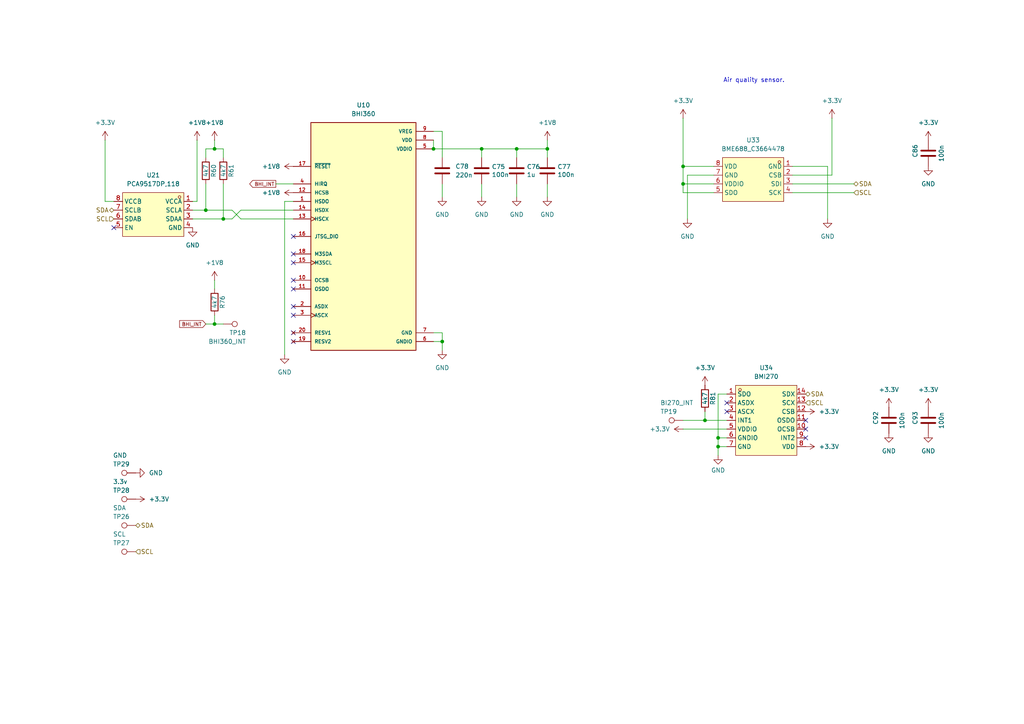
<source format=kicad_sch>
(kicad_sch (version 20231120) (generator "eeschema") (generator_version "8.0")
  (paper "A4")
  (title_block (title "WHY2025 badge") (date "2024-11-01") (rev "Prototype 3") (company "Badge.Team") (comment 1 "Copyright 2024 Nicolai Electronics") (comment 2 "License: CERN-OHL-P") (comment 3 "Untested prototype design"))
  (lib_symbols
    (symbol "BHI360:BHI360" (pin_names (offset 1.016))
      (property "Reference" "U" (at -15.24 33.782 0))
      (property "Value" "BHI360" (at -15.24 -35.56 0))
      (symbol "BHI360_0_0"
        (rectangle (start -15.24 -33.02) (end 15.24 33.02) (stroke (width 0.254)) (fill (type background)))
        (pin bidirectional line (at -20.32 10.16 0) (length 5.08) (name "HSDO") (number "1"))
        (pin input line (at -20.32 -12.7 0) (length 5.08) (name "OCSB") (number "10"))
        (pin bidirectional line (at -20.32 -15.24 0) (length 5.08) (name "OSDO") (number "11"))
        (pin input line (at -20.32 12.7 0) (length 5.08) (name "HCSB") (number "12"))
        (pin input clock (at -20.32 5.08 0) (length 5.08) (name "HSCX") (number "13"))
        (pin bidirectional line (at -20.32 7.62 0) (length 5.08) (name "HSDX") (number "14"))
        (pin input clock (at -20.32 -7.62 0) (length 5.08) (name "M3SCL") (number "15"))
        (pin input line (at -20.32 0 0) (length 5.08) (name "JTSG_DIO") (number "16"))
        (pin input line (at -20.32 20.32 0) (length 5.08) (name "~{RESET}") (number "17"))
        (pin bidirectional line (at -20.32 -5.08 0) (length 5.08) (name "M3SDA") (number "18"))
        (pin no_connect line (at -20.32 -30.48 0) (length 5.08) (name "RESV2") (number "19"))
        (pin bidirectional line (at -20.32 -20.32 0) (length 5.08) (name "ASDX") (number "2"))
        (pin no_connect line (at -20.32 -27.94 0) (length 5.08) (name "RESV1") (number "20"))
        (pin input clock (at -20.32 -22.86 0) (length 5.08) (name "ASCX") (number "3"))
        (pin input line (at -20.32 15.24 0) (length 5.08) (name "HIRQ") (number "4"))
        (pin power_in line (at 20.32 25.4 180) (length 5.08) (name "VDDIO") (number "5"))
        (pin power_in line (at 20.32 -30.48 180) (length 5.08) (name "GNDIO") (number "6"))
        (pin power_in line (at 20.32 -27.94 180) (length 5.08) (name "GND") (number "7"))
        (pin power_in line (at 20.32 27.94 180) (length 5.08) (name "VDD") (number "8"))
        (pin power_in line (at 20.32 30.48 180) (length 5.08) (name "VREG") (number "9"))
      )
    )
    (symbol "BMI270:BMI270"
      (property "Reference" "U" (at 0 12.7 0))
      (property "Value" "BMI270" (at 0 -12.7 0))
      (symbol "BMI270_0_1"
        (rectangle (start -8.89 10.16) (end 8.89 -10.16) (fill (type background)))
        (circle (center -7.62 8.89) (radius 0.38))
        (pin unspecified line (at -11.43 7.62 0) (length 2.54) (name "SDO") (number "1"))
        (pin unspecified line (at 11.43 -2.54 180) (length 2.54) (name "OCSB") (number "10"))
        (pin unspecified line (at 11.43 0 180) (length 2.54) (name "OSDO") (number "11"))
        (pin unspecified line (at 11.43 2.54 180) (length 2.54) (name "CSB") (number "12"))
        (pin unspecified line (at 11.43 5.08 180) (length 2.54) (name "SCX") (number "13"))
        (pin unspecified line (at 11.43 7.62 180) (length 2.54) (name "SDX") (number "14"))
        (pin unspecified line (at -11.43 5.08 0) (length 2.54) (name "ASDX") (number "2"))
        (pin unspecified line (at -11.43 2.54 0) (length 2.54) (name "ASCX") (number "3"))
        (pin unspecified line (at -11.43 0 0) (length 2.54) (name "INT1") (number "4"))
        (pin unspecified line (at -11.43 -2.54 0) (length 2.54) (name "VDDIO") (number "5"))
        (pin unspecified line (at -11.43 -5.08 0) (length 2.54) (name "GNDIO") (number "6"))
        (pin unspecified line (at -11.43 -7.62 0) (length 2.54) (name "GND") (number "7"))
        (pin unspecified line (at 11.43 -7.62 180) (length 2.54) (name "VDD") (number "8"))
        (pin unspecified line (at 11.43 -5.08 180) (length 2.54) (name "INT2") (number "9"))
      )
    )
    (symbol "Connector:TestPoint" (pin_numbers hide) (pin_names (offset 0.762) hide)
      (property "Reference" "TP" (at 0 6.858 0))
      (property "Value" "TestPoint" (at 0 5.08 0))
      (symbol "TestPoint_0_1"
        (circle (center 0 3.302) (radius 0.762))
      )
      (symbol "TestPoint_1_1"
        (pin passive line (at 0 0 90) (length 2.54) (name "1") (number "1"))
      )
    )
    (symbol "Device:C" (pin_numbers hide) (pin_names (offset 0.254))
      (property "Reference" "C" (at 0.635 2.54 0))
      (property "Value" "C" (at 0.635 -2.54 0))
      (symbol "C_0_1"
        (polyline (pts (xy -2.032 -0.762) (xy 2.032 -0.762)) (stroke (width 0.508)))
        (polyline (pts (xy -2.032 0.762) (xy 2.032 0.762)) (stroke (width 0.508)))
      )
      (symbol "C_1_1"
        (pin passive line (at 0 3.81 270) (length 2.794) (name "~") (number "1"))
        (pin passive line (at 0 -3.81 90) (length 2.794) (name "~") (number "2"))
      )
    )
    (symbol "Device:R" (pin_numbers hide) (pin_names (offset 0))
      (property "Reference" "R" (at 2.032 0 90))
      (property "Value" "R" (at 0 0 90))
      (symbol "R_0_1"
        (rectangle (start -1.016 -2.54) (end 1.016 2.54) (stroke (width 0.254)))
      )
      (symbol "R_1_1"
        (pin passive line (at 0 3.81 270) (length 1.27) (name "~") (number "1"))
        (pin passive line (at 0 -3.81 90) (length 1.27) (name "~") (number "2"))
      )
    )
    (symbol "GND_1" (power) (pin_numbers hide) (pin_names (offset 0) hide)
      (property "Value" "GND" (at 0 -3.81 0))
      (symbol "GND_1_0_1"
        (polyline (pts (xy 0 0) (xy 0 -1.27) (xy 1.27 -1.27) (xy 0 -2.54) (xy -1.27 -1.27) (xy 0 -1.27)))
      )
      (symbol "GND_1_1_1"
        (pin power_in line (at 0 0 270) (length 0) (name "~") (number "1"))
      )
    )
    (symbol "lcsc:BME688_C3664478"
      (property "Reference" "U" (at 0 8.89 0))
      (property "Value" "BME688_C3664478" (at 0 -8.89 0))
      (symbol "BME688_C3664478_0_1"
        (rectangle (start -8.89 6.35) (end 8.89 -6.35) (fill (type background)))
        (circle (center 7.62 5.08) (radius 0.38))
        (pin unspecified line (at 11.43 3.81 180) (length 2.54) (name "GND") (number "1"))
        (pin unspecified line (at 11.43 1.27 180) (length 2.54) (name "CSB") (number "2"))
        (pin unspecified line (at 11.43 -1.27 180) (length 2.54) (name "SDI") (number "3"))
        (pin unspecified line (at 11.43 -3.81 180) (length 2.54) (name "SCK") (number "4"))
        (pin unspecified line (at -11.43 -3.81 0) (length 2.54) (name "SDO") (number "5"))
        (pin unspecified line (at -11.43 -1.27 0) (length 2.54) (name "VDDIO") (number "6"))
        (pin unspecified line (at -11.43 1.27 0) (length 2.54) (name "GND") (number "7"))
        (pin unspecified line (at -11.43 3.81 0) (length 2.54) (name "VDD") (number "8"))
      )
    )
    (symbol "lcsc:PCA9517DP,118"
      (property "Reference" "U" (at 0 8.89 0))
      (property "Value" "PCA9517DP,118" (at 0 -8.89 0))
      (symbol "PCA9517DP,118_0_1"
        (rectangle (start -8.89 6.35) (end 8.89 -6.35) (fill (type background)))
        (circle (center -7.62 5.08) (radius 0.38))
        (pin unspecified line (at -11.43 3.81 0) (length 2.54) (name "VCCA") (number "1"))
        (pin unspecified line (at -11.43 1.27 0) (length 2.54) (name "SCLA") (number "2"))
        (pin unspecified line (at -11.43 -1.27 0) (length 2.54) (name "SDAA") (number "3"))
        (pin unspecified line (at -11.43 -3.81 0) (length 2.54) (name "GND") (number "4"))
        (pin unspecified line (at 11.43 -3.81 180) (length 2.54) (name "EN") (number "5"))
        (pin unspecified line (at 11.43 -1.27 180) (length 2.54) (name "SDAB") (number "6"))
        (pin unspecified line (at 11.43 1.27 180) (length 2.54) (name "SCLB") (number "7"))
        (pin unspecified line (at 11.43 3.81 180) (length 2.54) (name "VCCB") (number "8"))
      )
    )
    (symbol "mch2021-rescue:C-Device" (pin_numbers hide) (pin_names (offset 0.254))
      (property "Reference" "C" (at 0.635 2.54 0))
      (property "Value" "C-Device" (at 0.635 -2.54 0))
      (symbol "C-Device_0_1"
        (polyline (pts (xy -2.032 -0.762) (xy 2.032 -0.762)) (stroke (width 0.508)))
        (polyline (pts (xy -2.032 0.762) (xy 2.032 0.762)) (stroke (width 0.508)))
      )
      (symbol "C-Device_1_1"
        (pin passive line (at 0 3.81 270) (length 2.794) (name "~") (number "1"))
        (pin passive line (at 0 -3.81 90) (length 2.794) (name "~") (number "2"))
      )
    )
    (symbol "mch2021-rescue:GND-power" (power) (pin_names (offset 0))
      (property "Value" "GND-power" (at 0 -3.81 0))
      (symbol "GND-power_0_1"
        (polyline (pts (xy 0 0) (xy 0 -1.27) (xy 1.27 -1.27) (xy 0 -2.54) (xy -1.27 -1.27) (xy 0 -1.27)))
      )
      (symbol "GND-power_1_1"
        (pin power_in line (at 0 0 270) (length 0) hide (name "GND") (number "1"))
      )
    )
    (symbol "power:+1V8" (power) (pin_numbers hide) (pin_names (offset 0) hide)
      (property "Value" "+1V8" (at 0 3.556 0))
      (symbol "+1V8_0_1"
        (polyline (pts (xy -0.762 1.27) (xy 0 2.54)))
        (polyline (pts (xy 0 0) (xy 0 2.54)))
        (polyline (pts (xy 0 2.54) (xy 0.762 1.27)))
      )
      (symbol "+1V8_1_1"
        (pin power_in line (at 0 0 90) (length 0) (name "~") (number "1"))
      )
    )
    (symbol "power:+3.3V" (power) (pin_numbers hide) (pin_names (offset 0) hide)
      (property "Value" "+3.3V" (at 0 3.556 0))
      (symbol "+3.3V_0_1"
        (polyline (pts (xy -0.762 1.27) (xy 0 2.54)))
        (polyline (pts (xy 0 0) (xy 0 2.54)))
        (polyline (pts (xy 0 2.54) (xy 0.762 1.27)))
      )
      (symbol "+3.3V_1_1"
        (pin power_in line (at 0 0 90) (length 0) (name "~") (number "1"))
      )
    )
    (symbol "power:GND" (power) (pin_names (offset 0))
      (property "Value" "GND" (at 0 -3.81 0))
      (symbol "GND_0_1"
        (polyline (pts (xy 0 0) (xy 0 -1.27) (xy 1.27 -1.27) (xy 0 -2.54) (xy -1.27 -1.27) (xy 0 -1.27)))
      )
      (symbol "GND_1_1"
        (pin power_in line (at 0 0 270) (length 0) hide (name "GND") (number "1"))
      )
    )
    (symbol "symbols:C" (pin_numbers hide) (pin_names (offset 0.254))
      (property "Reference" "C" (at 0.635 2.54 0))
      (property "Value" "C" (at 0.635 -2.54 0))
      (symbol "C_0_1"
        (polyline (pts (xy -2.032 -0.762) (xy 2.032 -0.762)) (stroke (width 0.508)))
        (polyline (pts (xy -2.032 0.762) (xy 2.032 0.762)) (stroke (width 0.508)))
      )
      (symbol "C_1_1"
        (pin passive line (at 0 3.81 270) (length 2.794) (name "~") (number "1"))
        (pin passive line (at 0 -3.81 90) (length 2.794) (name "~") (number "2"))
      )
    )
  )
  (junction (at 204.47 121.92))
  (junction (at 62.23 93.98))
  (junction (at 59.69 60.96))
  (junction (at 208.28 127))
  (junction (at 128.27 99.06))
  (junction (at 125.73 43.18))
  (junction (at 158.75 43.18))
  (junction (at 208.28 129.54))
  (junction (at 198.12 48.26))
  (junction (at 139.7 43.18))
  (junction (at 62.23 43.18))
  (junction (at 198.12 53.34))
  (junction (at 149.86 43.18))
  (junction (at 64.77 63.5))
  (no_connect (at 85.09 76.2))
  (no_connect (at 210.82 119.38))
  (no_connect (at 33.02 66.04))
  (no_connect (at 233.68 121.92))
  (no_connect (at 85.09 83.82))
  (no_connect (at 210.82 116.84))
  (no_connect (at 233.68 127))
  (no_connect (at 85.09 81.28))
  (no_connect (at 233.68 124.46))
  (no_connect (at 85.09 91.44))
  (no_connect (at 85.09 68.58))
  (no_connect (at 85.09 96.52))
  (no_connect (at 85.09 88.9))
  (no_connect (at 85.09 99.06))
  (no_connect (at 85.09 73.66))
  (wire (pts (xy 125.73 43.18) (xy 125.73 40.64)))
  (wire (pts (xy 241.3 34.29) (xy 241.3 50.8)))
  (wire (pts (xy 59.69 43.18) (xy 62.23 43.18)))
  (wire (pts (xy 208.28 127) (xy 210.82 127)))
  (wire (pts (xy 62.23 40.64) (xy 62.23 43.18)))
  (wire (pts (xy 158.75 40.64) (xy 158.75 43.18)))
  (wire (pts (xy 208.28 114.3) (xy 208.28 127)))
  (wire (pts (xy 64.77 53.34) (xy 64.77 63.5)))
  (wire (pts (xy 82.55 58.42) (xy 85.09 58.42)))
  (wire (pts (xy 69.85 60.96) (xy 85.09 60.96)))
  (wire (pts (xy 30.48 40.64) (xy 30.48 58.42)))
  (wire (pts (xy 62.23 91.44) (xy 62.23 93.98)))
  (wire (pts (xy 139.7 43.18) (xy 149.86 43.18)))
  (wire (pts (xy 158.75 45.72) (xy 158.75 43.18)))
  (wire (pts (xy 128.27 38.1) (xy 128.27 45.72)))
  (wire (pts (xy 128.27 99.06) (xy 125.73 99.06)))
  (wire (pts (xy 198.12 48.26) (xy 207.01 48.26)))
  (wire (pts (xy 198.12 55.88) (xy 207.01 55.88)))
  (wire (pts (xy 158.75 53.34) (xy 158.75 57.15)))
  (wire (pts (xy 198.12 124.46) (xy 210.82 124.46)))
  (wire (pts (xy 59.69 43.18) (xy 59.69 45.72)))
  (wire (pts (xy 125.73 43.18) (xy 139.7 43.18)))
  (wire (pts (xy 55.88 60.96) (xy 59.69 60.96)))
  (wire (pts (xy 229.87 53.34) (xy 247.65 53.34)))
  (wire (pts (xy 69.85 63.5) (xy 85.09 63.5)))
  (wire (pts (xy 125.73 96.52) (xy 128.27 96.52)))
  (wire (pts (xy 59.69 53.34) (xy 59.69 60.96)))
  (wire (pts (xy 55.88 58.42) (xy 57.15 58.42)))
  (wire (pts (xy 198.12 53.34) (xy 198.12 55.88)))
  (wire (pts (xy 139.7 53.34) (xy 139.7 57.15)))
  (wire (pts (xy 62.23 81.28) (xy 62.23 83.82)))
  (wire (pts (xy 55.88 63.5) (xy 64.77 63.5)))
  (wire (pts (xy 198.12 53.34) (xy 207.01 53.34)))
  (wire (pts (xy 208.28 127) (xy 208.28 129.54)))
  (wire (pts (xy 229.87 48.26) (xy 240.03 48.26)))
  (wire (pts (xy 208.28 114.3) (xy 210.82 114.3)))
  (wire (pts (xy 204.47 121.92) (xy 210.82 121.92)))
  (wire (pts (xy 149.86 45.72) (xy 149.86 43.18)))
  (wire (pts (xy 208.28 129.54) (xy 208.28 132.08)))
  (wire (pts (xy 62.23 93.98) (xy 64.77 93.98)))
  (wire (pts (xy 149.86 53.34) (xy 149.86 57.15)))
  (wire (pts (xy 59.69 60.96) (xy 67.31 60.96)))
  (wire (pts (xy 199.39 50.8) (xy 207.01 50.8)))
  (wire (pts (xy 128.27 101.6) (xy 128.27 99.06)))
  (wire (pts (xy 229.87 50.8) (xy 241.3 50.8)))
  (wire (pts (xy 199.39 50.8) (xy 199.39 63.5)))
  (wire (pts (xy 64.77 43.18) (xy 64.77 45.72)))
  (wire (pts (xy 30.48 58.42) (xy 33.02 58.42)))
  (wire (pts (xy 59.69 93.98) (xy 62.23 93.98)))
  (wire (pts (xy 82.55 58.42) (xy 82.55 102.87)))
  (wire (pts (xy 128.27 53.34) (xy 128.27 57.15)))
  (wire (pts (xy 198.12 34.29) (xy 198.12 48.26)))
  (wire (pts (xy 198.12 121.92) (xy 204.47 121.92)))
  (wire (pts (xy 149.86 43.18) (xy 158.75 43.18)))
  (wire (pts (xy 67.31 63.5) (xy 69.85 60.96)))
  (wire (pts (xy 64.77 63.5) (xy 67.31 63.5)))
  (wire (pts (xy 198.12 48.26) (xy 198.12 53.34)))
  (wire (pts (xy 80.01 53.34) (xy 85.09 53.34)))
  (wire (pts (xy 57.15 40.64) (xy 57.15 58.42)))
  (wire (pts (xy 128.27 96.52) (xy 128.27 99.06)))
  (wire (pts (xy 67.31 60.96) (xy 69.85 63.5)))
  (wire (pts (xy 125.73 38.1) (xy 128.27 38.1)))
  (wire (pts (xy 204.47 119.38) (xy 204.47 121.92)))
  (wire (pts (xy 62.23 43.18) (xy 64.77 43.18)))
  (wire (pts (xy 139.7 45.72) (xy 139.7 43.18)))
  (wire (pts (xy 208.28 129.54) (xy 210.82 129.54)))
  (wire (pts (xy 240.03 48.26) (xy 240.03 63.5)))
  (wire (pts (xy 229.87 55.88) (xy 247.65 55.88)))
  (text "Air quality sensor." (at 218.694 23.368 0) (effects (font (size 1.27 1.27))))
  (global_label "BHI_INT" (shape output) (at 80.01 53.34 180) (effects (font (size 1.016 1.016))) (property "Intersheetrefs" "${INTERSHEET_REFS}" (effects (hide yes))))
  (global_label "BHI_INT" (shape input) (at 59.69 93.98 180) (effects (font (size 1.016 1.016))) (property "Intersheetrefs" "${INTERSHEET_REFS}" (effects (hide yes))))
  (hierarchical_label "SDA" (shape bidirectional) (at 233.68 114.3 0))
  (hierarchical_label "SCL" (shape input) (at 247.65 55.88 0))
  (hierarchical_label "SCL" (shape input) (at 233.68 116.84 0))
  (hierarchical_label "SDA" (shape bidirectional) (at 247.65 53.34 0))
  (hierarchical_label "SCL" (shape input) (at 33.02 63.5 180))
  (hierarchical_label "SCL" (shape input) (at 39.37 160.02 0))
  (hierarchical_label "SDA" (shape bidirectional) (at 39.37 152.4 0))
  (hierarchical_label "SDA" (shape bidirectional) (at 33.02 60.96 180))
  (symbol (lib_id "Device:C") (at 128.27 49.53 0) (unit 1)
    (property "Reference" "C78" (at 132.08 48.2599 0) (effects (justify left)))
    (property "Value" "220n" (at 132.08 50.7999 0) (effects (justify left)))
    (property "Footprint" "Capacitor_SMD:C_0603_1608Metric" (effects (hide yes)))
    (property "Description" "Unpolarized capacitor" (effects (hide yes)))
    (property "LCSC" "C21120" (effects (hide yes)))
  )
  (symbol (lib_id "mch2021-rescue:GND-power") (at 269.24 48.26 0) (unit 1)
    (property "Reference" "#PWR0206" (effects (hide yes)))
    (property "Value" "GND" (at 269.24 53.34 0))
  )
  (symbol (lib_id "power:GND") (at 128.27 101.6 0) (unit 1)
    (property "Reference" "#PWR0251" (effects (hide yes)))
    (property "Value" "GND" (at 128.27 106.68 0))
  )
  (symbol (lib_id "mch2021-rescue:GND-power") (at 257.81 125.73 0) (unit 1)
    (property "Reference" "#PWR0306" (effects (hide yes)))
    (property "Value" "GND" (at 257.81 130.81 0))
  )
  (symbol (lib_id "power:GND") (at 55.88 66.04 0) (unit 1)
    (property "Reference" "#PWR0162" (effects (hide yes)))
    (property "Value" "GND" (at 55.88 71.12 0))
  )
  (symbol (lib_id "power:+3.3V") (at 233.68 129.54 270) (unit 1)
    (property "Reference" "#PWR0288" (effects (hide yes)))
    (property "Value" "+3.3V" (at 237.49 129.5399 90) (effects (justify left)))
    (property "Description" "Power symbol creates a global label with name \"+3.3V\"" (effects (hide yes)))
  )
  (symbol (lib_id "Connector:TestPoint") (at 39.37 144.78 90) (mirror x) (unit 1) (in_bom no)
    (property "Reference" "TP28" (at 32.766 142.24 90) (effects (justify right)))
    (property "Value" "3.3v" (at 32.766 139.7 90) (effects (justify right)))
    (property "Footprint" "TestPoint:TestPoint_Pad_D1.0mm" (effects (hide yes)))
    (property "Datasheet" "-" (effects (hide yes)))
    (property "Description" "test point" (effects (hide yes)))
    (property "LCSC" "-" (effects (hide yes)))
  )
  (symbol (lib_id "symbols:C") (at 139.7 49.53 0) (unit 1)
    (property "Reference" "C75" (at 142.621 48.3616 0) (effects (justify left)))
    (property "Value" "100n" (at 142.621 50.673 0) (effects (justify left)))
    (property "Footprint" "Capacitor_SMD:C_0402_1005Metric" (effects (hide yes)))
    (property "Datasheet" "https://datasheet.lcsc.com/lcsc/2304140030_Samsung-Electro-Mechanics-CL05B104KB54PNC_C307331.pdf" (effects (hide yes)))
    (property "LCSC" "C307331" (effects (hide yes)))
  )
  (symbol (lib_id "power:+3.3V") (at 233.68 119.38 270) (unit 1)
    (property "Reference" "#PWR0304" (effects (hide yes)))
    (property "Value" "+3.3V" (at 237.49 119.3799 90) (effects (justify left)))
    (property "Description" "Power symbol creates a global label with name \"+3.3V\"" (effects (hide yes)))
  )
  (symbol (lib_id "Connector:TestPoint") (at 198.12 121.92 90) (mirror x) (unit 1) (in_bom no)
    (property "Reference" "TP19" (at 191.516 119.38 90) (effects (justify right)))
    (property "Value" "BI270_INT" (at 191.516 116.84 90) (effects (justify right)))
    (property "Footprint" "TestPoint:TestPoint_Pad_D1.0mm" (effects (hide yes)))
    (property "Datasheet" "-" (effects (hide yes)))
    (property "Description" "test point" (effects (hide yes)))
    (property "LCSC" "-" (effects (hide yes)))
  )
  (symbol (lib_id "mch2021-rescue:C-Device") (at 269.24 44.45 0) (unit 1)
    (property "Reference" "C86" (at 265.43 45.72 90) (effects (justify left)))
    (property "Value" "100n" (at 273.05 46.99 90) (effects (justify left)))
    (property "Footprint" "Capacitor_SMD:C_0402_1005Metric" (effects (hide yes)))
    (property "Datasheet" "https://datasheet.lcsc.com/lcsc/2304140030_Samsung-Electro-Mechanics-CL05B104KB54PNC_C307331.pdf" (effects (hide yes)))
    (property "LCSC" "C307331" (effects (hide yes)))
    (property "Mouser" "-" (effects (hide yes)))
    (property "Sponsored" "N" (effects (hide yes)))
    (property "Category" "Capacitors" (effects (hide yes)))
    (property "Buy early" "Y" (effects (hide yes)))
    (property "MPN" "CL05B104KB54PNC" (effects (hide yes)))
    (property "Manufacturer" "Samsung Electro-Mechanics" (effects (hide yes)))
    (property "Minimal voltage rating" "10" (effects (hide yes)))
    (property "Voltage rating" "50" (effects (hide yes)))
  )
  (symbol (lib_name "GND_1") (lib_id "power:GND") (at 139.7 57.15 0) (unit 1)
    (property "Reference" "#PWR0290" (effects (hide yes)))
    (property "Value" "GND" (at 139.7 62.23 0))
    (property "Description" "Power symbol creates a global label with name \"GND\" , ground" (effects (hide yes)))
  )
  (symbol (lib_id "Connector:TestPoint") (at 64.77 93.98 270) (mirror x) (unit 1) (in_bom no)
    (property "Reference" "TP18" (at 71.374 96.52 90) (effects (justify right)))
    (property "Value" "BHI360_INT" (at 71.374 99.06 90) (effects (justify right)))
    (property "Footprint" "TestPoint:TestPoint_Pad_D1.0mm" (effects (hide yes)))
    (property "Datasheet" "-" (effects (hide yes)))
    (property "Description" "test point" (effects (hide yes)))
    (property "LCSC" "-" (effects (hide yes)))
  )
  (symbol (lib_id "power:+1V8") (at 62.23 81.28 0) (mirror y) (unit 1)
    (property "Reference" "#PWR0297" (effects (hide yes)))
    (property "Value" "+1V8" (at 62.23 76.2 0))
    (property "Description" "Power symbol creates a global label with name \"+1V8\"" (effects (hide yes)))
  )
  (symbol (lib_id "mch2021-rescue:GND-power") (at 199.39 63.5 0) (unit 1)
    (property "Reference" "#PWR0302" (effects (hide yes)))
    (property "Value" "GND" (at 199.39 68.58 0))
  )
  (symbol (lib_name "GND_1") (lib_id "power:GND") (at 128.27 57.15 0) (unit 1)
    (property "Reference" "#PWR0291" (effects (hide yes)))
    (property "Value" "GND" (at 128.27 62.23 0))
    (property "Description" "Power symbol creates a global label with name \"GND\" , ground" (effects (hide yes)))
  )
  (symbol (lib_id "power:+1V8") (at 158.75 40.64 0) (mirror y) (unit 1)
    (property "Reference" "#PWR0252" (effects (hide yes)))
    (property "Value" "+1V8" (at 158.75 35.56 0))
    (property "Description" "Power symbol creates a global label with name \"+1V8\"" (effects (hide yes)))
  )
  (symbol (lib_id "Device:R") (at 62.23 87.63 180) (unit 1)
    (property "Reference" "R76" (at 64.516 87.63 90))
    (property "Value" "4k7" (at 62.23 87.63 90))
    (property "Footprint" "Resistor_SMD:R_0402_1005Metric" (effects (hide yes)))
    (property "Datasheet" "https://datasheet.lcsc.com/lcsc/2110260030_UNI-ROYAL-Uniroyal-Elec-0402WGF4701TCE_C25900.pdf" (effects (hide yes)))
    (property "LCSC" "C25900" (effects (hide yes)))
  )
  (symbol (lib_id "mch2021-rescue:GND-power") (at 240.03 63.5 0) (unit 1)
    (property "Reference" "#PWR0303" (effects (hide yes)))
    (property "Value" "GND" (at 240.03 68.58 0))
  )
  (symbol (lib_id "Connector:TestPoint") (at 39.37 152.4 90) (mirror x) (unit 1) (in_bom no)
    (property "Reference" "TP26" (at 32.766 149.86 90) (effects (justify right)))
    (property "Value" "SDA" (at 32.766 147.32 90) (effects (justify right)))
    (property "Footprint" "TestPoint:TestPoint_Pad_D1.0mm" (effects (hide yes)))
    (property "Datasheet" "-" (effects (hide yes)))
    (property "Description" "test point" (effects (hide yes)))
    (property "LCSC" "-" (effects (hide yes)))
  )
  (symbol (lib_id "power:+1V8") (at 62.23 40.64 0) (mirror y) (unit 1)
    (property "Reference" "#PWR0294" (effects (hide yes)))
    (property "Value" "+1V8" (at 62.23 35.56 0))
    (property "Description" "Power symbol creates a global label with name \"+1V8\"" (effects (hide yes)))
  )
  (symbol (lib_id "power:+1V8") (at 85.09 55.88 90) (unit 1)
    (property "Reference" "#PWR0293" (effects (hide yes)))
    (property "Value" "+1V8" (at 81.28 55.8799 90) (effects (justify left)))
    (property "Description" "Power symbol creates a global label with name \"+1V8\"" (effects (hide yes)))
  )
  (symbol (lib_id "Device:R") (at 59.69 49.53 180) (unit 1)
    (property "Reference" "R60" (at 61.976 49.53 90))
    (property "Value" "4k7" (at 59.69 49.53 90))
    (property "Footprint" "Resistor_SMD:R_0402_1005Metric" (effects (hide yes)))
    (property "Datasheet" "https://datasheet.lcsc.com/lcsc/2110260030_UNI-ROYAL-Uniroyal-Elec-0402WGF4701TCE_C25900.pdf" (effects (hide yes)))
    (property "LCSC" "C25900" (effects (hide yes)))
  )
  (symbol (lib_name "GND_1") (lib_id "power:GND") (at 158.75 57.15 0) (unit 1)
    (property "Reference" "#PWR0250" (effects (hide yes)))
    (property "Value" "GND" (at 158.75 62.23 0))
    (property "Description" "Power symbol creates a global label with name \"GND\" , ground" (effects (hide yes)))
  )
  (symbol (lib_id "mch2021-rescue:C-Device") (at 257.81 121.92 0) (unit 1)
    (property "Reference" "C92" (at 254 123.19 90) (effects (justify left)))
    (property "Value" "100n" (at 261.62 124.46 90) (effects (justify left)))
    (property "Footprint" "Capacitor_SMD:C_0402_1005Metric" (effects (hide yes)))
    (property "Datasheet" "https://datasheet.lcsc.com/lcsc/2304140030_Samsung-Electro-Mechanics-CL05B104KB54PNC_C307331.pdf" (effects (hide yes)))
    (property "LCSC" "C307331" (effects (hide yes)))
    (property "Mouser" "-" (effects (hide yes)))
    (property "Sponsored" "N" (effects (hide yes)))
    (property "Category" "Capacitors" (effects (hide yes)))
    (property "Buy early" "Y" (effects (hide yes)))
    (property "MPN" "CL05B104KB54PNC" (effects (hide yes)))
    (property "Manufacturer" "Samsung Electro-Mechanics" (effects (hide yes)))
    (property "Minimal voltage rating" "10" (effects (hide yes)))
    (property "Voltage rating" "50" (effects (hide yes)))
  )
  (symbol (lib_id "power:+3.3V") (at 241.3 34.29 0) (unit 1)
    (property "Reference" "#PWR0301" (effects (hide yes)))
    (property "Value" "+3.3V" (at 241.3 29.21 0))
    (property "Description" "Power symbol creates a global label with name \"+3.3V\"" (effects (hide yes)))
  )
  (symbol (lib_id "power:+3.3V") (at 198.12 34.29 0) (unit 1)
    (property "Reference" "#PWR0300" (effects (hide yes)))
    (property "Value" "+3.3V" (at 198.12 29.21 0))
    (property "Description" "Power symbol creates a global label with name \"+3.3V\"" (effects (hide yes)))
  )
  (symbol (lib_id "power:+3.3V") (at 257.81 118.11 0) (unit 1)
    (property "Reference" "#PWR0305" (effects (hide yes)))
    (property "Value" "+3.3V" (at 257.81 113.03 0))
    (property "Description" "Power symbol creates a global label with name \"+3.3V\"" (effects (hide yes)))
  )
  (symbol (lib_id "symbols:C") (at 149.86 49.53 0) (unit 1)
    (property "Reference" "C76" (at 152.781 48.3616 0) (effects (justify left)))
    (property "Value" "1u" (at 152.781 50.673 0) (effects (justify left)))
    (property "Footprint" "Capacitor_SMD:C_0603_1608Metric" (effects (hide yes)))
    (property "Datasheet" "https://datasheet.lcsc.com/lcsc/2304140030_Samsung-Electro-Mechanics-CL05A105KQ5NNNC_C107372.pdf" (effects (hide yes)))
    (property "LCSC" "C5199872" (effects (hide yes)))
  )
  (symbol (lib_id "power:+3.3V") (at 269.24 118.11 0) (unit 1)
    (property "Reference" "#PWR0307" (effects (hide yes)))
    (property "Value" "+3.3V" (at 269.24 113.03 0))
    (property "Description" "Power symbol creates a global label with name \"+3.3V\"" (effects (hide yes)))
  )
  (symbol (lib_id "Connector:TestPoint") (at 39.37 137.16 90) (mirror x) (unit 1) (in_bom no)
    (property "Reference" "TP29" (at 32.766 134.62 90) (effects (justify right)))
    (property "Value" "GND" (at 32.766 132.08 90) (effects (justify right)))
    (property "Footprint" "TestPoint:TestPoint_Pad_D1.0mm" (effects (hide yes)))
    (property "Datasheet" "-" (effects (hide yes)))
    (property "Description" "test point" (effects (hide yes)))
    (property "LCSC" "-" (effects (hide yes)))
  )
  (symbol (lib_id "power:+3.3V") (at 269.24 40.64 0) (unit 1)
    (property "Reference" "#PWR0124" (effects (hide yes)))
    (property "Value" "+3.3V" (at 269.24 35.56 0))
    (property "Description" "Power symbol creates a global label with name \"+3.3V\"" (effects (hide yes)))
  )
  (symbol (lib_id "mch2021-rescue:GND-power") (at 208.28 132.08 0) (unit 1)
    (property "Reference" "#PWR0279" (effects (hide yes)))
    (property "Value" "GND" (at 208.28 136.398 0))
  )
  (symbol (lib_id "Device:R") (at 64.77 49.53 180) (unit 1)
    (property "Reference" "R61" (at 67.056 49.53 90))
    (property "Value" "4k7" (at 64.77 49.53 90))
    (property "Footprint" "Resistor_SMD:R_0402_1005Metric" (effects (hide yes)))
    (property "Datasheet" "https://datasheet.lcsc.com/lcsc/2110260030_UNI-ROYAL-Uniroyal-Elec-0402WGF4701TCE_C25900.pdf" (effects (hide yes)))
    (property "LCSC" "C25900" (effects (hide yes)))
  )
  (symbol (lib_id "Connector:TestPoint") (at 39.37 160.02 90) (mirror x) (unit 1) (in_bom no)
    (property "Reference" "TP27" (at 32.766 157.48 90) (effects (justify right)))
    (property "Value" "SCL" (at 32.766 154.94 90) (effects (justify right)))
    (property "Footprint" "TestPoint:TestPoint_Pad_D1.0mm" (effects (hide yes)))
    (property "Datasheet" "-" (effects (hide yes)))
    (property "Description" "test point" (effects (hide yes)))
    (property "LCSC" "-" (effects (hide yes)))
  )
  (symbol (lib_id "power:+3.3V") (at 198.12 124.46 90) (unit 1)
    (property "Reference" "#PWR0280" (effects (hide yes)))
    (property "Value" "+3.3V" (at 194.31 124.4599 90) (effects (justify left)))
    (property "Description" "Power symbol creates a global label with name \"+3.3V\"" (effects (hide yes)))
  )
  (symbol (lib_id "mch2021-rescue:GND-power") (at 269.24 125.73 0) (unit 1)
    (property "Reference" "#PWR0308" (effects (hide yes)))
    (property "Value" "GND" (at 269.24 130.81 0))
  )
  (symbol (lib_id "symbols:C") (at 158.75 49.53 0) (unit 1)
    (property "Reference" "C77" (at 161.671 48.3616 0) (effects (justify left)))
    (property "Value" "100n" (at 161.671 50.673 0) (effects (justify left)))
    (property "Footprint" "Capacitor_SMD:C_0402_1005Metric" (effects (hide yes)))
    (property "Datasheet" "https://datasheet.lcsc.com/lcsc/2304140030_Samsung-Electro-Mechanics-CL05B104KB54PNC_C307331.pdf" (effects (hide yes)))
    (property "LCSC" "C307331" (effects (hide yes)))
  )
  (symbol (lib_id "lcsc:PCA9517DP,118") (at 44.45 62.23 0) (mirror y) (unit 1)
    (property "Reference" "U21" (at 44.45 50.8 0))
    (property "Value" "PCA9517DP,118" (at 44.45 53.34 0))
    (property "Footprint" "library:TSSOP-8_L3.0-W3.0-P0.65-LS4.9-BL" (effects (hide yes)))
    (property "LCSC Part" "C2652381" (effects (hide yes)))
  )
  (symbol (lib_id "power:+1V8") (at 57.15 40.64 0) (unit 1)
    (property "Reference" "#PWR0115" (effects (hide yes)))
    (property "Value" "+1V8" (at 57.15 35.56 0))
    (property "Description" "Power symbol creates a global label with name \"+1V8\"" (effects (hide yes)))
  )
  (symbol (lib_id "Device:R") (at 204.47 115.57 180) (unit 1)
    (property "Reference" "R81" (at 206.756 115.57 90))
    (property "Value" "4k7" (at 204.47 115.57 90))
    (property "Footprint" "Resistor_SMD:R_0402_1005Metric" (effects (hide yes)))
    (property "Datasheet" "https://datasheet.lcsc.com/lcsc/2110260030_UNI-ROYAL-Uniroyal-Elec-0402WGF4701TCE_C25900.pdf" (effects (hide yes)))
    (property "LCSC" "C25900" (effects (hide yes)))
  )
  (symbol (lib_id "power:GND") (at 39.37 137.16 90) (unit 1)
    (property "Reference" "#PWR0253" (effects (hide yes)))
    (property "Value" "GND" (at 43.18 137.1599 90) (effects (justify right)))
  )
  (symbol (lib_id "lcsc:BME688_C3664478") (at 218.44 52.07 0) (unit 1)
    (property "Reference" "U33" (at 218.44 40.64 0))
    (property "Value" "BME688_C3664478" (at 218.44 43.18 0))
    (property "Footprint" "lcsc:LGA-8_L3.0-W3.0-P0.80_BME688" (effects (hide yes)))
    (property "LCSC Part" "C3664478" (effects (hide yes)))
  )
  (symbol (lib_id "BHI360:BHI360") (at 105.41 68.58 0) (unit 1)
    (property "Reference" "U10" (at 105.41 30.48 0))
    (property "Value" "BHI360" (at 105.41 33.02 0))
    (property "Footprint" "library:XDCR_BHI360" (effects (hide yes)))
    (property "MF" "Bosch" (effects (hide yes)))
    (property "MAXIMUM_PACKAGE_HEIGHT" "1.00mm" (effects (hide yes)))
    (property "Package" "VFLGA-20 Bosch" (effects (hide yes)))
    (property "LCSC" "C18213569" (effects (hide yes)))
  )
  (symbol (lib_id "power:+3.3V") (at 30.48 40.64 0) (unit 1)
    (property "Reference" "#PWR0118" (effects (hide yes)))
    (property "Value" "+3.3V" (at 30.48 35.56 0))
    (property "Description" "Power symbol creates a global label with name \"+3.3V\"" (effects (hide yes)))
  )
  (symbol (lib_id "power:+3.3V") (at 204.47 111.76 0) (unit 1)
    (property "Reference" "#PWR0273" (effects (hide yes)))
    (property "Value" "+3.3V" (at 204.47 106.68 0))
    (property "Description" "Power symbol creates a global label with name \"+3.3V\"" (effects (hide yes)))
  )
  (symbol (lib_id "power:+1V8") (at 85.09 48.26 90) (unit 1)
    (property "Reference" "#PWR0292" (effects (hide yes)))
    (property "Value" "+1V8" (at 81.28 48.2599 90) (effects (justify left)))
    (property "Description" "Power symbol creates a global label with name \"+1V8\"" (effects (hide yes)))
  )
  (symbol (lib_id "BMI270:BMI270") (at 222.25 121.92 0) (unit 1)
    (property "Reference" "U34" (at 222.25 106.68 0))
    (property "Value" "BMI270" (at 222.25 109.22 0))
    (property "Footprint" "library:LGA-14_L3.0-W2.5-P0.50-BR" (effects (hide yes)))
    (property "LCSC" "C2836813" (effects (hide yes)))
  )
  (symbol (lib_id "power:GND") (at 82.55 102.87 0) (unit 1)
    (property "Reference" "#PWR0253" (effects (hide yes)))
    (property "Value" "GND" (at 82.55 107.95 0))
  )
  (symbol (lib_name "GND_1") (lib_id "power:GND") (at 149.86 57.15 0) (unit 1)
    (property "Reference" "#PWR0289" (effects (hide yes)))
    (property "Value" "GND" (at 149.86 62.23 0))
    (property "Description" "Power symbol creates a global label with name \"GND\" , ground" (effects (hide yes)))
  )
  (symbol (lib_id "mch2021-rescue:C-Device") (at 269.24 121.92 0) (unit 1)
    (property "Reference" "C93" (at 265.43 123.19 90) (effects (justify left)))
    (property "Value" "100n" (at 273.05 124.46 90) (effects (justify left)))
    (property "Footprint" "Capacitor_SMD:C_0402_1005Metric" (effects (hide yes)))
    (property "Datasheet" "https://datasheet.lcsc.com/lcsc/2304140030_Samsung-Electro-Mechanics-CL05B104KB54PNC_C307331.pdf" (effects (hide yes)))
    (property "LCSC" "C307331" (effects (hide yes)))
    (property "Mouser" "-" (effects (hide yes)))
    (property "Sponsored" "N" (effects (hide yes)))
    (property "Category" "Capacitors" (effects (hide yes)))
    (property "Buy early" "Y" (effects (hide yes)))
    (property "MPN" "CL05B104KB54PNC" (effects (hide yes)))
    (property "Manufacturer" "Samsung Electro-Mechanics" (effects (hide yes)))
    (property "Minimal voltage rating" "10" (effects (hide yes)))
    (property "Voltage rating" "50" (effects (hide yes)))
  )
  (symbol (lib_id "power:+3.3V") (at 39.37 144.78 270) (unit 1)
    (property "Reference" "#PWR0283" (effects (hide yes)))
    (property "Value" "+3.3V" (at 43.18 144.7799 90) (effects (justify left)))
    (property "Description" "Power symbol creates a global label with name \"+3.3V\"" (effects (hide yes)))
  )
)
</source>
